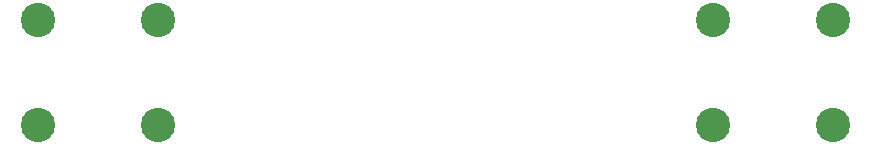
<source format=gbr>
G04 #@! TF.FileFunction,Soldermask,Bot*
%FSLAX46Y46*%
G04 Gerber Fmt 4.6, Leading zero omitted, Abs format (unit mm)*
G04 Created by KiCad (PCBNEW 4.0.5+dfsg1-4) date Sun Jul 15 17:14:37 2018*
%MOMM*%
%LPD*%
G01*
G04 APERTURE LIST*
%ADD10C,0.100000*%
%ADD11C,2.900000*%
G04 APERTURE END LIST*
D10*
D11*
X106045000Y-97155000D03*
X106045000Y-106045000D03*
X116205000Y-106045000D03*
X116205000Y-97155000D03*
X163195000Y-97155000D03*
X163195000Y-106045000D03*
X173355000Y-97155000D03*
X173355000Y-106045000D03*
M02*

</source>
